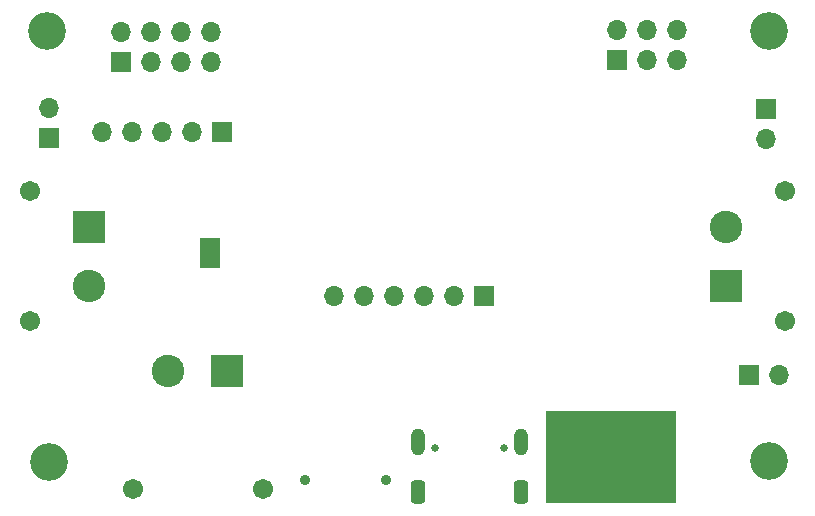
<source format=gbr>
%TF.GenerationSoftware,KiCad,Pcbnew,8.0.5*%
%TF.CreationDate,2024-10-31T19:08:10-07:00*%
%TF.ProjectId,PIG-19,5049472d-3139-42e6-9b69-6361645f7063,rev?*%
%TF.SameCoordinates,Original*%
%TF.FileFunction,Soldermask,Bot*%
%TF.FilePolarity,Negative*%
%FSLAX46Y46*%
G04 Gerber Fmt 4.6, Leading zero omitted, Abs format (unit mm)*
G04 Created by KiCad (PCBNEW 8.0.5) date 2024-10-31 19:08:10*
%MOMM*%
%LPD*%
G01*
G04 APERTURE LIST*
G04 Aperture macros list*
%AMRoundRect*
0 Rectangle with rounded corners*
0 $1 Rounding radius*
0 $2 $3 $4 $5 $6 $7 $8 $9 X,Y pos of 4 corners*
0 Add a 4 corners polygon primitive as box body*
4,1,4,$2,$3,$4,$5,$6,$7,$8,$9,$2,$3,0*
0 Add four circle primitives for the rounded corners*
1,1,$1+$1,$2,$3*
1,1,$1+$1,$4,$5*
1,1,$1+$1,$6,$7*
1,1,$1+$1,$8,$9*
0 Add four rect primitives between the rounded corners*
20,1,$1+$1,$2,$3,$4,$5,0*
20,1,$1+$1,$4,$5,$6,$7,0*
20,1,$1+$1,$6,$7,$8,$9,0*
20,1,$1+$1,$8,$9,$2,$3,0*%
G04 Aperture macros list end*
%ADD10R,1.700000X1.700000*%
%ADD11O,1.700000X1.700000*%
%ADD12C,3.200000*%
%ADD13C,2.754000*%
%ADD14RoundRect,0.102000X-1.275000X1.275000X-1.275000X-1.275000X1.275000X-1.275000X1.275000X1.275000X0*%
%ADD15C,1.712000*%
%ADD16RoundRect,0.102000X1.275000X1.275000X-1.275000X1.275000X-1.275000X-1.275000X1.275000X-1.275000X0*%
%ADD17C,0.650000*%
%ADD18O,1.204000X2.304000*%
%ADD19RoundRect,0.301000X-0.301000X-0.701000X0.301000X-0.701000X0.301000X0.701000X-0.301000X0.701000X0*%
%ADD20R,1.749999X2.500000*%
%ADD21C,0.900000*%
%ADD22RoundRect,0.102000X-5.420000X3.810000X-5.420000X-3.810000X5.420000X-3.810000X5.420000X3.810000X0*%
%ADD23RoundRect,0.102000X1.275000X-1.275000X1.275000X1.275000X-1.275000X1.275000X-1.275000X-1.275000X0*%
G04 APERTURE END LIST*
D10*
%TO.C,J6*%
X129496955Y-68127518D03*
D11*
X129496955Y-65587518D03*
%TD*%
D12*
%TO.C,H4*%
X129376410Y-59085975D03*
%TD*%
D10*
%TO.C,BNO1*%
X144196955Y-67627518D03*
D11*
X141656955Y-67627518D03*
X139116955Y-67627518D03*
X136576955Y-67627518D03*
X134036955Y-67627518D03*
%TD*%
D12*
%TO.C,H1*%
X190495545Y-59025975D03*
%TD*%
%TO.C,H2*%
X129504455Y-95560000D03*
%TD*%
D13*
%TO.C,J2*%
X186871955Y-75627518D03*
D14*
X186871955Y-80627518D03*
D15*
X191871955Y-83627518D03*
X191871955Y-72627518D03*
%TD*%
D13*
%TO.C,J9*%
X139621955Y-87871768D03*
D16*
X144621955Y-87871768D03*
D15*
X136621955Y-97871768D03*
X147621955Y-97871768D03*
%TD*%
D17*
%TO.C,J11*%
X162231955Y-94397518D03*
X168011955Y-94397518D03*
D18*
X160801955Y-93897518D03*
X169441955Y-93897518D03*
D19*
X160801955Y-98077518D03*
X169441955Y-98077518D03*
%TD*%
D10*
%TO.C,LED1*%
X177596955Y-61527518D03*
D11*
X177596955Y-58987518D03*
X180136955Y-61527518D03*
X180136955Y-58987518D03*
X182676955Y-61527518D03*
X182676955Y-58987518D03*
%TD*%
D20*
%TO.C,LDO1*%
X143121955Y-77877518D03*
%TD*%
D21*
%TO.C,SW3*%
X151221955Y-97077518D03*
X158021955Y-97077518D03*
%TD*%
D10*
%TO.C,LM298NPWR1*%
X188825000Y-88200000D03*
D11*
X191365000Y-88200000D03*
%TD*%
D10*
%TO.C,RescueDCPin1*%
X166370000Y-81500000D03*
D11*
X163830000Y-81500000D03*
X161290000Y-81500000D03*
X158750000Y-81500000D03*
X156210000Y-81500000D03*
X153670000Y-81500000D03*
%TD*%
D22*
%TO.C,U1*%
X177121955Y-95127518D03*
%TD*%
D10*
%TO.C,J5*%
X190246955Y-65627518D03*
D11*
X190246955Y-68167518D03*
%TD*%
D12*
%TO.C,H3*%
X190500000Y-95500000D03*
%TD*%
D10*
%TO.C,USS1*%
X135621955Y-61667518D03*
D11*
X135621955Y-59127518D03*
X138161955Y-61667518D03*
X138161955Y-59127518D03*
X140701955Y-61667518D03*
X140701955Y-59127518D03*
X143241955Y-61667518D03*
X143241955Y-59127518D03*
%TD*%
D13*
%TO.C,J1*%
X132871955Y-80627518D03*
D23*
X132871955Y-75627518D03*
D15*
X127871955Y-72627518D03*
X127871955Y-83627518D03*
%TD*%
M02*

</source>
